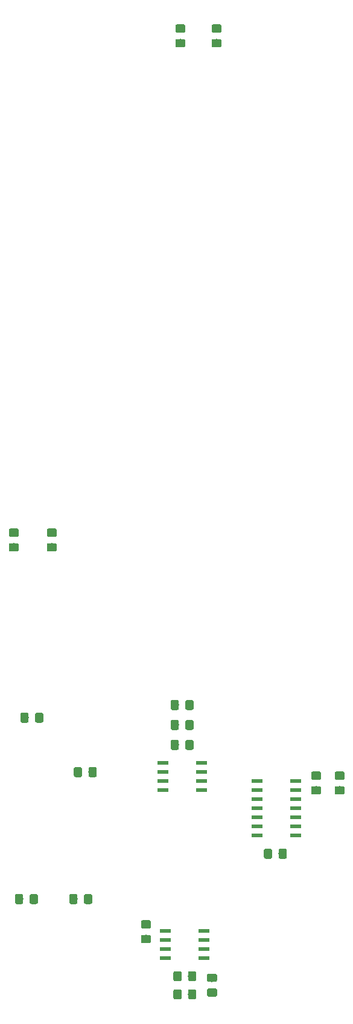
<source format=gbr>
G04 #@! TF.GenerationSoftware,KiCad,Pcbnew,(5.0.0)*
G04 #@! TF.CreationDate,2018-10-20T13:21:43+01:00*
G04 #@! TF.ProjectId,AD9833FunctionGenerator,41443938333346756E6374696F6E4765,rev?*
G04 #@! TF.SameCoordinates,Original*
G04 #@! TF.FileFunction,Paste,Top*
G04 #@! TF.FilePolarity,Positive*
%FSLAX46Y46*%
G04 Gerber Fmt 4.6, Leading zero omitted, Abs format (unit mm)*
G04 Created by KiCad (PCBNEW (5.0.0)) date 10/20/18 13:21:43*
%MOMM*%
%LPD*%
G01*
G04 APERTURE LIST*
%ADD10C,0.100000*%
%ADD11C,1.150000*%
%ADD12R,1.500000X0.600000*%
%ADD13R,1.550000X0.600000*%
G04 APERTURE END LIST*
D10*
G04 #@! TO.C,RG1*
G36*
X94828505Y-182943204D02*
X94852773Y-182946804D01*
X94876572Y-182952765D01*
X94899671Y-182961030D01*
X94921850Y-182971520D01*
X94942893Y-182984132D01*
X94962599Y-182998747D01*
X94980777Y-183015223D01*
X94997253Y-183033401D01*
X95011868Y-183053107D01*
X95024480Y-183074150D01*
X95034970Y-183096329D01*
X95043235Y-183119428D01*
X95049196Y-183143227D01*
X95052796Y-183167495D01*
X95054000Y-183191999D01*
X95054000Y-184092001D01*
X95052796Y-184116505D01*
X95049196Y-184140773D01*
X95043235Y-184164572D01*
X95034970Y-184187671D01*
X95024480Y-184209850D01*
X95011868Y-184230893D01*
X94997253Y-184250599D01*
X94980777Y-184268777D01*
X94962599Y-184285253D01*
X94942893Y-184299868D01*
X94921850Y-184312480D01*
X94899671Y-184322970D01*
X94876572Y-184331235D01*
X94852773Y-184337196D01*
X94828505Y-184340796D01*
X94804001Y-184342000D01*
X94153999Y-184342000D01*
X94129495Y-184340796D01*
X94105227Y-184337196D01*
X94081428Y-184331235D01*
X94058329Y-184322970D01*
X94036150Y-184312480D01*
X94015107Y-184299868D01*
X93995401Y-184285253D01*
X93977223Y-184268777D01*
X93960747Y-184250599D01*
X93946132Y-184230893D01*
X93933520Y-184209850D01*
X93923030Y-184187671D01*
X93914765Y-184164572D01*
X93908804Y-184140773D01*
X93905204Y-184116505D01*
X93904000Y-184092001D01*
X93904000Y-183191999D01*
X93905204Y-183167495D01*
X93908804Y-183143227D01*
X93914765Y-183119428D01*
X93923030Y-183096329D01*
X93933520Y-183074150D01*
X93946132Y-183053107D01*
X93960747Y-183033401D01*
X93977223Y-183015223D01*
X93995401Y-182998747D01*
X94015107Y-182984132D01*
X94036150Y-182971520D01*
X94058329Y-182961030D01*
X94081428Y-182952765D01*
X94105227Y-182946804D01*
X94129495Y-182943204D01*
X94153999Y-182942000D01*
X94804001Y-182942000D01*
X94828505Y-182943204D01*
X94828505Y-182943204D01*
G37*
D11*
X94479000Y-183642000D03*
D10*
G36*
X96878505Y-182943204D02*
X96902773Y-182946804D01*
X96926572Y-182952765D01*
X96949671Y-182961030D01*
X96971850Y-182971520D01*
X96992893Y-182984132D01*
X97012599Y-182998747D01*
X97030777Y-183015223D01*
X97047253Y-183033401D01*
X97061868Y-183053107D01*
X97074480Y-183074150D01*
X97084970Y-183096329D01*
X97093235Y-183119428D01*
X97099196Y-183143227D01*
X97102796Y-183167495D01*
X97104000Y-183191999D01*
X97104000Y-184092001D01*
X97102796Y-184116505D01*
X97099196Y-184140773D01*
X97093235Y-184164572D01*
X97084970Y-184187671D01*
X97074480Y-184209850D01*
X97061868Y-184230893D01*
X97047253Y-184250599D01*
X97030777Y-184268777D01*
X97012599Y-184285253D01*
X96992893Y-184299868D01*
X96971850Y-184312480D01*
X96949671Y-184322970D01*
X96926572Y-184331235D01*
X96902773Y-184337196D01*
X96878505Y-184340796D01*
X96854001Y-184342000D01*
X96203999Y-184342000D01*
X96179495Y-184340796D01*
X96155227Y-184337196D01*
X96131428Y-184331235D01*
X96108329Y-184322970D01*
X96086150Y-184312480D01*
X96065107Y-184299868D01*
X96045401Y-184285253D01*
X96027223Y-184268777D01*
X96010747Y-184250599D01*
X95996132Y-184230893D01*
X95983520Y-184209850D01*
X95973030Y-184187671D01*
X95964765Y-184164572D01*
X95958804Y-184140773D01*
X95955204Y-184116505D01*
X95954000Y-184092001D01*
X95954000Y-183191999D01*
X95955204Y-183167495D01*
X95958804Y-183143227D01*
X95964765Y-183119428D01*
X95973030Y-183096329D01*
X95983520Y-183074150D01*
X95996132Y-183053107D01*
X96010747Y-183033401D01*
X96027223Y-183015223D01*
X96045401Y-182998747D01*
X96065107Y-182984132D01*
X96086150Y-182971520D01*
X96108329Y-182961030D01*
X96131428Y-182952765D01*
X96155227Y-182946804D01*
X96179495Y-182943204D01*
X96203999Y-182942000D01*
X96854001Y-182942000D01*
X96878505Y-182943204D01*
X96878505Y-182943204D01*
G37*
D11*
X96529000Y-183642000D03*
G04 #@! TD*
D10*
G04 #@! TO.C,RF1*
G36*
X96878505Y-188531204D02*
X96902773Y-188534804D01*
X96926572Y-188540765D01*
X96949671Y-188549030D01*
X96971850Y-188559520D01*
X96992893Y-188572132D01*
X97012599Y-188586747D01*
X97030777Y-188603223D01*
X97047253Y-188621401D01*
X97061868Y-188641107D01*
X97074480Y-188662150D01*
X97084970Y-188684329D01*
X97093235Y-188707428D01*
X97099196Y-188731227D01*
X97102796Y-188755495D01*
X97104000Y-188779999D01*
X97104000Y-189680001D01*
X97102796Y-189704505D01*
X97099196Y-189728773D01*
X97093235Y-189752572D01*
X97084970Y-189775671D01*
X97074480Y-189797850D01*
X97061868Y-189818893D01*
X97047253Y-189838599D01*
X97030777Y-189856777D01*
X97012599Y-189873253D01*
X96992893Y-189887868D01*
X96971850Y-189900480D01*
X96949671Y-189910970D01*
X96926572Y-189919235D01*
X96902773Y-189925196D01*
X96878505Y-189928796D01*
X96854001Y-189930000D01*
X96203999Y-189930000D01*
X96179495Y-189928796D01*
X96155227Y-189925196D01*
X96131428Y-189919235D01*
X96108329Y-189910970D01*
X96086150Y-189900480D01*
X96065107Y-189887868D01*
X96045401Y-189873253D01*
X96027223Y-189856777D01*
X96010747Y-189838599D01*
X95996132Y-189818893D01*
X95983520Y-189797850D01*
X95973030Y-189775671D01*
X95964765Y-189752572D01*
X95958804Y-189728773D01*
X95955204Y-189704505D01*
X95954000Y-189680001D01*
X95954000Y-188779999D01*
X95955204Y-188755495D01*
X95958804Y-188731227D01*
X95964765Y-188707428D01*
X95973030Y-188684329D01*
X95983520Y-188662150D01*
X95996132Y-188641107D01*
X96010747Y-188621401D01*
X96027223Y-188603223D01*
X96045401Y-188586747D01*
X96065107Y-188572132D01*
X96086150Y-188559520D01*
X96108329Y-188549030D01*
X96131428Y-188540765D01*
X96155227Y-188534804D01*
X96179495Y-188531204D01*
X96203999Y-188530000D01*
X96854001Y-188530000D01*
X96878505Y-188531204D01*
X96878505Y-188531204D01*
G37*
D11*
X96529000Y-189230000D03*
D10*
G36*
X94828505Y-188531204D02*
X94852773Y-188534804D01*
X94876572Y-188540765D01*
X94899671Y-188549030D01*
X94921850Y-188559520D01*
X94942893Y-188572132D01*
X94962599Y-188586747D01*
X94980777Y-188603223D01*
X94997253Y-188621401D01*
X95011868Y-188641107D01*
X95024480Y-188662150D01*
X95034970Y-188684329D01*
X95043235Y-188707428D01*
X95049196Y-188731227D01*
X95052796Y-188755495D01*
X95054000Y-188779999D01*
X95054000Y-189680001D01*
X95052796Y-189704505D01*
X95049196Y-189728773D01*
X95043235Y-189752572D01*
X95034970Y-189775671D01*
X95024480Y-189797850D01*
X95011868Y-189818893D01*
X94997253Y-189838599D01*
X94980777Y-189856777D01*
X94962599Y-189873253D01*
X94942893Y-189887868D01*
X94921850Y-189900480D01*
X94899671Y-189910970D01*
X94876572Y-189919235D01*
X94852773Y-189925196D01*
X94828505Y-189928796D01*
X94804001Y-189930000D01*
X94153999Y-189930000D01*
X94129495Y-189928796D01*
X94105227Y-189925196D01*
X94081428Y-189919235D01*
X94058329Y-189910970D01*
X94036150Y-189900480D01*
X94015107Y-189887868D01*
X93995401Y-189873253D01*
X93977223Y-189856777D01*
X93960747Y-189838599D01*
X93946132Y-189818893D01*
X93933520Y-189797850D01*
X93923030Y-189775671D01*
X93914765Y-189752572D01*
X93908804Y-189728773D01*
X93905204Y-189704505D01*
X93904000Y-189680001D01*
X93904000Y-188779999D01*
X93905204Y-188755495D01*
X93908804Y-188731227D01*
X93914765Y-188707428D01*
X93923030Y-188684329D01*
X93933520Y-188662150D01*
X93946132Y-188641107D01*
X93960747Y-188621401D01*
X93977223Y-188603223D01*
X93995401Y-188586747D01*
X94015107Y-188572132D01*
X94036150Y-188559520D01*
X94058329Y-188549030D01*
X94081428Y-188540765D01*
X94105227Y-188534804D01*
X94129495Y-188531204D01*
X94153999Y-188530000D01*
X94804001Y-188530000D01*
X94828505Y-188531204D01*
X94828505Y-188531204D01*
G37*
D11*
X94479000Y-189230000D03*
G04 #@! TD*
D12*
G04 #@! TO.C,U_POT1*
X111412000Y-201930000D03*
X111412000Y-200660000D03*
X111412000Y-199390000D03*
X111412000Y-198120000D03*
X111412000Y-196850000D03*
X111412000Y-195580000D03*
X111412000Y-194310000D03*
X106012000Y-194310000D03*
X106012000Y-195580000D03*
X106012000Y-196850000D03*
X106012000Y-198120000D03*
X106012000Y-199390000D03*
X106012000Y-200660000D03*
X106012000Y-201930000D03*
G04 #@! TD*
D10*
G04 #@! TO.C,R_LOFF1*
G36*
X72984505Y-210121204D02*
X73008773Y-210124804D01*
X73032572Y-210130765D01*
X73055671Y-210139030D01*
X73077850Y-210149520D01*
X73098893Y-210162132D01*
X73118599Y-210176747D01*
X73136777Y-210193223D01*
X73153253Y-210211401D01*
X73167868Y-210231107D01*
X73180480Y-210252150D01*
X73190970Y-210274329D01*
X73199235Y-210297428D01*
X73205196Y-210321227D01*
X73208796Y-210345495D01*
X73210000Y-210369999D01*
X73210000Y-211270001D01*
X73208796Y-211294505D01*
X73205196Y-211318773D01*
X73199235Y-211342572D01*
X73190970Y-211365671D01*
X73180480Y-211387850D01*
X73167868Y-211408893D01*
X73153253Y-211428599D01*
X73136777Y-211446777D01*
X73118599Y-211463253D01*
X73098893Y-211477868D01*
X73077850Y-211490480D01*
X73055671Y-211500970D01*
X73032572Y-211509235D01*
X73008773Y-211515196D01*
X72984505Y-211518796D01*
X72960001Y-211520000D01*
X72309999Y-211520000D01*
X72285495Y-211518796D01*
X72261227Y-211515196D01*
X72237428Y-211509235D01*
X72214329Y-211500970D01*
X72192150Y-211490480D01*
X72171107Y-211477868D01*
X72151401Y-211463253D01*
X72133223Y-211446777D01*
X72116747Y-211428599D01*
X72102132Y-211408893D01*
X72089520Y-211387850D01*
X72079030Y-211365671D01*
X72070765Y-211342572D01*
X72064804Y-211318773D01*
X72061204Y-211294505D01*
X72060000Y-211270001D01*
X72060000Y-210369999D01*
X72061204Y-210345495D01*
X72064804Y-210321227D01*
X72070765Y-210297428D01*
X72079030Y-210274329D01*
X72089520Y-210252150D01*
X72102132Y-210231107D01*
X72116747Y-210211401D01*
X72133223Y-210193223D01*
X72151401Y-210176747D01*
X72171107Y-210162132D01*
X72192150Y-210149520D01*
X72214329Y-210139030D01*
X72237428Y-210130765D01*
X72261227Y-210124804D01*
X72285495Y-210121204D01*
X72309999Y-210120000D01*
X72960001Y-210120000D01*
X72984505Y-210121204D01*
X72984505Y-210121204D01*
G37*
D11*
X72635000Y-210820000D03*
D10*
G36*
X75034505Y-210121204D02*
X75058773Y-210124804D01*
X75082572Y-210130765D01*
X75105671Y-210139030D01*
X75127850Y-210149520D01*
X75148893Y-210162132D01*
X75168599Y-210176747D01*
X75186777Y-210193223D01*
X75203253Y-210211401D01*
X75217868Y-210231107D01*
X75230480Y-210252150D01*
X75240970Y-210274329D01*
X75249235Y-210297428D01*
X75255196Y-210321227D01*
X75258796Y-210345495D01*
X75260000Y-210369999D01*
X75260000Y-211270001D01*
X75258796Y-211294505D01*
X75255196Y-211318773D01*
X75249235Y-211342572D01*
X75240970Y-211365671D01*
X75230480Y-211387850D01*
X75217868Y-211408893D01*
X75203253Y-211428599D01*
X75186777Y-211446777D01*
X75168599Y-211463253D01*
X75148893Y-211477868D01*
X75127850Y-211490480D01*
X75105671Y-211500970D01*
X75082572Y-211509235D01*
X75058773Y-211515196D01*
X75034505Y-211518796D01*
X75010001Y-211520000D01*
X74359999Y-211520000D01*
X74335495Y-211518796D01*
X74311227Y-211515196D01*
X74287428Y-211509235D01*
X74264329Y-211500970D01*
X74242150Y-211490480D01*
X74221107Y-211477868D01*
X74201401Y-211463253D01*
X74183223Y-211446777D01*
X74166747Y-211428599D01*
X74152132Y-211408893D01*
X74139520Y-211387850D01*
X74129030Y-211365671D01*
X74120765Y-211342572D01*
X74114804Y-211318773D01*
X74111204Y-211294505D01*
X74110000Y-211270001D01*
X74110000Y-210369999D01*
X74111204Y-210345495D01*
X74114804Y-210321227D01*
X74120765Y-210297428D01*
X74129030Y-210274329D01*
X74139520Y-210252150D01*
X74152132Y-210231107D01*
X74166747Y-210211401D01*
X74183223Y-210193223D01*
X74201401Y-210176747D01*
X74221107Y-210162132D01*
X74242150Y-210149520D01*
X74264329Y-210139030D01*
X74287428Y-210130765D01*
X74311227Y-210124804D01*
X74335495Y-210121204D01*
X74359999Y-210120000D01*
X75010001Y-210120000D01*
X75034505Y-210121204D01*
X75034505Y-210121204D01*
G37*
D11*
X74685000Y-210820000D03*
G04 #@! TD*
D10*
G04 #@! TO.C,C1*
G36*
X95724505Y-88317204D02*
X95748773Y-88320804D01*
X95772572Y-88326765D01*
X95795671Y-88335030D01*
X95817850Y-88345520D01*
X95838893Y-88358132D01*
X95858599Y-88372747D01*
X95876777Y-88389223D01*
X95893253Y-88407401D01*
X95907868Y-88427107D01*
X95920480Y-88448150D01*
X95930970Y-88470329D01*
X95939235Y-88493428D01*
X95945196Y-88517227D01*
X95948796Y-88541495D01*
X95950000Y-88565999D01*
X95950000Y-89216001D01*
X95948796Y-89240505D01*
X95945196Y-89264773D01*
X95939235Y-89288572D01*
X95930970Y-89311671D01*
X95920480Y-89333850D01*
X95907868Y-89354893D01*
X95893253Y-89374599D01*
X95876777Y-89392777D01*
X95858599Y-89409253D01*
X95838893Y-89423868D01*
X95817850Y-89436480D01*
X95795671Y-89446970D01*
X95772572Y-89455235D01*
X95748773Y-89461196D01*
X95724505Y-89464796D01*
X95700001Y-89466000D01*
X94799999Y-89466000D01*
X94775495Y-89464796D01*
X94751227Y-89461196D01*
X94727428Y-89455235D01*
X94704329Y-89446970D01*
X94682150Y-89436480D01*
X94661107Y-89423868D01*
X94641401Y-89409253D01*
X94623223Y-89392777D01*
X94606747Y-89374599D01*
X94592132Y-89354893D01*
X94579520Y-89333850D01*
X94569030Y-89311671D01*
X94560765Y-89288572D01*
X94554804Y-89264773D01*
X94551204Y-89240505D01*
X94550000Y-89216001D01*
X94550000Y-88565999D01*
X94551204Y-88541495D01*
X94554804Y-88517227D01*
X94560765Y-88493428D01*
X94569030Y-88470329D01*
X94579520Y-88448150D01*
X94592132Y-88427107D01*
X94606747Y-88407401D01*
X94623223Y-88389223D01*
X94641401Y-88372747D01*
X94661107Y-88358132D01*
X94682150Y-88345520D01*
X94704329Y-88335030D01*
X94727428Y-88326765D01*
X94751227Y-88320804D01*
X94775495Y-88317204D01*
X94799999Y-88316000D01*
X95700001Y-88316000D01*
X95724505Y-88317204D01*
X95724505Y-88317204D01*
G37*
D11*
X95250000Y-88891000D03*
D10*
G36*
X95724505Y-90367204D02*
X95748773Y-90370804D01*
X95772572Y-90376765D01*
X95795671Y-90385030D01*
X95817850Y-90395520D01*
X95838893Y-90408132D01*
X95858599Y-90422747D01*
X95876777Y-90439223D01*
X95893253Y-90457401D01*
X95907868Y-90477107D01*
X95920480Y-90498150D01*
X95930970Y-90520329D01*
X95939235Y-90543428D01*
X95945196Y-90567227D01*
X95948796Y-90591495D01*
X95950000Y-90615999D01*
X95950000Y-91266001D01*
X95948796Y-91290505D01*
X95945196Y-91314773D01*
X95939235Y-91338572D01*
X95930970Y-91361671D01*
X95920480Y-91383850D01*
X95907868Y-91404893D01*
X95893253Y-91424599D01*
X95876777Y-91442777D01*
X95858599Y-91459253D01*
X95838893Y-91473868D01*
X95817850Y-91486480D01*
X95795671Y-91496970D01*
X95772572Y-91505235D01*
X95748773Y-91511196D01*
X95724505Y-91514796D01*
X95700001Y-91516000D01*
X94799999Y-91516000D01*
X94775495Y-91514796D01*
X94751227Y-91511196D01*
X94727428Y-91505235D01*
X94704329Y-91496970D01*
X94682150Y-91486480D01*
X94661107Y-91473868D01*
X94641401Y-91459253D01*
X94623223Y-91442777D01*
X94606747Y-91424599D01*
X94592132Y-91404893D01*
X94579520Y-91383850D01*
X94569030Y-91361671D01*
X94560765Y-91338572D01*
X94554804Y-91314773D01*
X94551204Y-91290505D01*
X94550000Y-91266001D01*
X94550000Y-90615999D01*
X94551204Y-90591495D01*
X94554804Y-90567227D01*
X94560765Y-90543428D01*
X94569030Y-90520329D01*
X94579520Y-90498150D01*
X94592132Y-90477107D01*
X94606747Y-90457401D01*
X94623223Y-90439223D01*
X94641401Y-90422747D01*
X94661107Y-90408132D01*
X94682150Y-90395520D01*
X94704329Y-90385030D01*
X94727428Y-90376765D01*
X94751227Y-90370804D01*
X94775495Y-90367204D01*
X94799999Y-90366000D01*
X95700001Y-90366000D01*
X95724505Y-90367204D01*
X95724505Y-90367204D01*
G37*
D11*
X95250000Y-90941000D03*
G04 #@! TD*
D10*
G04 #@! TO.C,C2*
G36*
X100804505Y-90367204D02*
X100828773Y-90370804D01*
X100852572Y-90376765D01*
X100875671Y-90385030D01*
X100897850Y-90395520D01*
X100918893Y-90408132D01*
X100938599Y-90422747D01*
X100956777Y-90439223D01*
X100973253Y-90457401D01*
X100987868Y-90477107D01*
X101000480Y-90498150D01*
X101010970Y-90520329D01*
X101019235Y-90543428D01*
X101025196Y-90567227D01*
X101028796Y-90591495D01*
X101030000Y-90615999D01*
X101030000Y-91266001D01*
X101028796Y-91290505D01*
X101025196Y-91314773D01*
X101019235Y-91338572D01*
X101010970Y-91361671D01*
X101000480Y-91383850D01*
X100987868Y-91404893D01*
X100973253Y-91424599D01*
X100956777Y-91442777D01*
X100938599Y-91459253D01*
X100918893Y-91473868D01*
X100897850Y-91486480D01*
X100875671Y-91496970D01*
X100852572Y-91505235D01*
X100828773Y-91511196D01*
X100804505Y-91514796D01*
X100780001Y-91516000D01*
X99879999Y-91516000D01*
X99855495Y-91514796D01*
X99831227Y-91511196D01*
X99807428Y-91505235D01*
X99784329Y-91496970D01*
X99762150Y-91486480D01*
X99741107Y-91473868D01*
X99721401Y-91459253D01*
X99703223Y-91442777D01*
X99686747Y-91424599D01*
X99672132Y-91404893D01*
X99659520Y-91383850D01*
X99649030Y-91361671D01*
X99640765Y-91338572D01*
X99634804Y-91314773D01*
X99631204Y-91290505D01*
X99630000Y-91266001D01*
X99630000Y-90615999D01*
X99631204Y-90591495D01*
X99634804Y-90567227D01*
X99640765Y-90543428D01*
X99649030Y-90520329D01*
X99659520Y-90498150D01*
X99672132Y-90477107D01*
X99686747Y-90457401D01*
X99703223Y-90439223D01*
X99721401Y-90422747D01*
X99741107Y-90408132D01*
X99762150Y-90395520D01*
X99784329Y-90385030D01*
X99807428Y-90376765D01*
X99831227Y-90370804D01*
X99855495Y-90367204D01*
X99879999Y-90366000D01*
X100780001Y-90366000D01*
X100804505Y-90367204D01*
X100804505Y-90367204D01*
G37*
D11*
X100330000Y-90941000D03*
D10*
G36*
X100804505Y-88317204D02*
X100828773Y-88320804D01*
X100852572Y-88326765D01*
X100875671Y-88335030D01*
X100897850Y-88345520D01*
X100918893Y-88358132D01*
X100938599Y-88372747D01*
X100956777Y-88389223D01*
X100973253Y-88407401D01*
X100987868Y-88427107D01*
X101000480Y-88448150D01*
X101010970Y-88470329D01*
X101019235Y-88493428D01*
X101025196Y-88517227D01*
X101028796Y-88541495D01*
X101030000Y-88565999D01*
X101030000Y-89216001D01*
X101028796Y-89240505D01*
X101025196Y-89264773D01*
X101019235Y-89288572D01*
X101010970Y-89311671D01*
X101000480Y-89333850D01*
X100987868Y-89354893D01*
X100973253Y-89374599D01*
X100956777Y-89392777D01*
X100938599Y-89409253D01*
X100918893Y-89423868D01*
X100897850Y-89436480D01*
X100875671Y-89446970D01*
X100852572Y-89455235D01*
X100828773Y-89461196D01*
X100804505Y-89464796D01*
X100780001Y-89466000D01*
X99879999Y-89466000D01*
X99855495Y-89464796D01*
X99831227Y-89461196D01*
X99807428Y-89455235D01*
X99784329Y-89446970D01*
X99762150Y-89436480D01*
X99741107Y-89423868D01*
X99721401Y-89409253D01*
X99703223Y-89392777D01*
X99686747Y-89374599D01*
X99672132Y-89354893D01*
X99659520Y-89333850D01*
X99649030Y-89311671D01*
X99640765Y-89288572D01*
X99634804Y-89264773D01*
X99631204Y-89240505D01*
X99630000Y-89216001D01*
X99630000Y-88565999D01*
X99631204Y-88541495D01*
X99634804Y-88517227D01*
X99640765Y-88493428D01*
X99649030Y-88470329D01*
X99659520Y-88448150D01*
X99672132Y-88427107D01*
X99686747Y-88407401D01*
X99703223Y-88389223D01*
X99721401Y-88372747D01*
X99741107Y-88358132D01*
X99762150Y-88345520D01*
X99784329Y-88335030D01*
X99807428Y-88326765D01*
X99831227Y-88320804D01*
X99855495Y-88317204D01*
X99879999Y-88316000D01*
X100780001Y-88316000D01*
X100804505Y-88317204D01*
X100804505Y-88317204D01*
G37*
D11*
X100330000Y-88891000D03*
G04 #@! TD*
D10*
G04 #@! TO.C,R_ISO1*
G36*
X90898505Y-215843204D02*
X90922773Y-215846804D01*
X90946572Y-215852765D01*
X90969671Y-215861030D01*
X90991850Y-215871520D01*
X91012893Y-215884132D01*
X91032599Y-215898747D01*
X91050777Y-215915223D01*
X91067253Y-215933401D01*
X91081868Y-215953107D01*
X91094480Y-215974150D01*
X91104970Y-215996329D01*
X91113235Y-216019428D01*
X91119196Y-216043227D01*
X91122796Y-216067495D01*
X91124000Y-216091999D01*
X91124000Y-216742001D01*
X91122796Y-216766505D01*
X91119196Y-216790773D01*
X91113235Y-216814572D01*
X91104970Y-216837671D01*
X91094480Y-216859850D01*
X91081868Y-216880893D01*
X91067253Y-216900599D01*
X91050777Y-216918777D01*
X91032599Y-216935253D01*
X91012893Y-216949868D01*
X90991850Y-216962480D01*
X90969671Y-216972970D01*
X90946572Y-216981235D01*
X90922773Y-216987196D01*
X90898505Y-216990796D01*
X90874001Y-216992000D01*
X89973999Y-216992000D01*
X89949495Y-216990796D01*
X89925227Y-216987196D01*
X89901428Y-216981235D01*
X89878329Y-216972970D01*
X89856150Y-216962480D01*
X89835107Y-216949868D01*
X89815401Y-216935253D01*
X89797223Y-216918777D01*
X89780747Y-216900599D01*
X89766132Y-216880893D01*
X89753520Y-216859850D01*
X89743030Y-216837671D01*
X89734765Y-216814572D01*
X89728804Y-216790773D01*
X89725204Y-216766505D01*
X89724000Y-216742001D01*
X89724000Y-216091999D01*
X89725204Y-216067495D01*
X89728804Y-216043227D01*
X89734765Y-216019428D01*
X89743030Y-215996329D01*
X89753520Y-215974150D01*
X89766132Y-215953107D01*
X89780747Y-215933401D01*
X89797223Y-215915223D01*
X89815401Y-215898747D01*
X89835107Y-215884132D01*
X89856150Y-215871520D01*
X89878329Y-215861030D01*
X89901428Y-215852765D01*
X89925227Y-215846804D01*
X89949495Y-215843204D01*
X89973999Y-215842000D01*
X90874001Y-215842000D01*
X90898505Y-215843204D01*
X90898505Y-215843204D01*
G37*
D11*
X90424000Y-216417000D03*
D10*
G36*
X90898505Y-213793204D02*
X90922773Y-213796804D01*
X90946572Y-213802765D01*
X90969671Y-213811030D01*
X90991850Y-213821520D01*
X91012893Y-213834132D01*
X91032599Y-213848747D01*
X91050777Y-213865223D01*
X91067253Y-213883401D01*
X91081868Y-213903107D01*
X91094480Y-213924150D01*
X91104970Y-213946329D01*
X91113235Y-213969428D01*
X91119196Y-213993227D01*
X91122796Y-214017495D01*
X91124000Y-214041999D01*
X91124000Y-214692001D01*
X91122796Y-214716505D01*
X91119196Y-214740773D01*
X91113235Y-214764572D01*
X91104970Y-214787671D01*
X91094480Y-214809850D01*
X91081868Y-214830893D01*
X91067253Y-214850599D01*
X91050777Y-214868777D01*
X91032599Y-214885253D01*
X91012893Y-214899868D01*
X90991850Y-214912480D01*
X90969671Y-214922970D01*
X90946572Y-214931235D01*
X90922773Y-214937196D01*
X90898505Y-214940796D01*
X90874001Y-214942000D01*
X89973999Y-214942000D01*
X89949495Y-214940796D01*
X89925227Y-214937196D01*
X89901428Y-214931235D01*
X89878329Y-214922970D01*
X89856150Y-214912480D01*
X89835107Y-214899868D01*
X89815401Y-214885253D01*
X89797223Y-214868777D01*
X89780747Y-214850599D01*
X89766132Y-214830893D01*
X89753520Y-214809850D01*
X89743030Y-214787671D01*
X89734765Y-214764572D01*
X89728804Y-214740773D01*
X89725204Y-214716505D01*
X89724000Y-214692001D01*
X89724000Y-214041999D01*
X89725204Y-214017495D01*
X89728804Y-213993227D01*
X89734765Y-213969428D01*
X89743030Y-213946329D01*
X89753520Y-213924150D01*
X89766132Y-213903107D01*
X89780747Y-213883401D01*
X89797223Y-213865223D01*
X89815401Y-213848747D01*
X89835107Y-213834132D01*
X89856150Y-213821520D01*
X89878329Y-213811030D01*
X89901428Y-213802765D01*
X89925227Y-213796804D01*
X89949495Y-213793204D01*
X89973999Y-213792000D01*
X90874001Y-213792000D01*
X90898505Y-213793204D01*
X90898505Y-213793204D01*
G37*
D11*
X90424000Y-214367000D03*
G04 #@! TD*
D10*
G04 #@! TO.C,R_MIX1*
G36*
X83289505Y-192341204D02*
X83313773Y-192344804D01*
X83337572Y-192350765D01*
X83360671Y-192359030D01*
X83382850Y-192369520D01*
X83403893Y-192382132D01*
X83423599Y-192396747D01*
X83441777Y-192413223D01*
X83458253Y-192431401D01*
X83472868Y-192451107D01*
X83485480Y-192472150D01*
X83495970Y-192494329D01*
X83504235Y-192517428D01*
X83510196Y-192541227D01*
X83513796Y-192565495D01*
X83515000Y-192589999D01*
X83515000Y-193490001D01*
X83513796Y-193514505D01*
X83510196Y-193538773D01*
X83504235Y-193562572D01*
X83495970Y-193585671D01*
X83485480Y-193607850D01*
X83472868Y-193628893D01*
X83458253Y-193648599D01*
X83441777Y-193666777D01*
X83423599Y-193683253D01*
X83403893Y-193697868D01*
X83382850Y-193710480D01*
X83360671Y-193720970D01*
X83337572Y-193729235D01*
X83313773Y-193735196D01*
X83289505Y-193738796D01*
X83265001Y-193740000D01*
X82614999Y-193740000D01*
X82590495Y-193738796D01*
X82566227Y-193735196D01*
X82542428Y-193729235D01*
X82519329Y-193720970D01*
X82497150Y-193710480D01*
X82476107Y-193697868D01*
X82456401Y-193683253D01*
X82438223Y-193666777D01*
X82421747Y-193648599D01*
X82407132Y-193628893D01*
X82394520Y-193607850D01*
X82384030Y-193585671D01*
X82375765Y-193562572D01*
X82369804Y-193538773D01*
X82366204Y-193514505D01*
X82365000Y-193490001D01*
X82365000Y-192589999D01*
X82366204Y-192565495D01*
X82369804Y-192541227D01*
X82375765Y-192517428D01*
X82384030Y-192494329D01*
X82394520Y-192472150D01*
X82407132Y-192451107D01*
X82421747Y-192431401D01*
X82438223Y-192413223D01*
X82456401Y-192396747D01*
X82476107Y-192382132D01*
X82497150Y-192369520D01*
X82519329Y-192359030D01*
X82542428Y-192350765D01*
X82566227Y-192344804D01*
X82590495Y-192341204D01*
X82614999Y-192340000D01*
X83265001Y-192340000D01*
X83289505Y-192341204D01*
X83289505Y-192341204D01*
G37*
D11*
X82940000Y-193040000D03*
D10*
G36*
X81239505Y-192341204D02*
X81263773Y-192344804D01*
X81287572Y-192350765D01*
X81310671Y-192359030D01*
X81332850Y-192369520D01*
X81353893Y-192382132D01*
X81373599Y-192396747D01*
X81391777Y-192413223D01*
X81408253Y-192431401D01*
X81422868Y-192451107D01*
X81435480Y-192472150D01*
X81445970Y-192494329D01*
X81454235Y-192517428D01*
X81460196Y-192541227D01*
X81463796Y-192565495D01*
X81465000Y-192589999D01*
X81465000Y-193490001D01*
X81463796Y-193514505D01*
X81460196Y-193538773D01*
X81454235Y-193562572D01*
X81445970Y-193585671D01*
X81435480Y-193607850D01*
X81422868Y-193628893D01*
X81408253Y-193648599D01*
X81391777Y-193666777D01*
X81373599Y-193683253D01*
X81353893Y-193697868D01*
X81332850Y-193710480D01*
X81310671Y-193720970D01*
X81287572Y-193729235D01*
X81263773Y-193735196D01*
X81239505Y-193738796D01*
X81215001Y-193740000D01*
X80564999Y-193740000D01*
X80540495Y-193738796D01*
X80516227Y-193735196D01*
X80492428Y-193729235D01*
X80469329Y-193720970D01*
X80447150Y-193710480D01*
X80426107Y-193697868D01*
X80406401Y-193683253D01*
X80388223Y-193666777D01*
X80371747Y-193648599D01*
X80357132Y-193628893D01*
X80344520Y-193607850D01*
X80334030Y-193585671D01*
X80325765Y-193562572D01*
X80319804Y-193538773D01*
X80316204Y-193514505D01*
X80315000Y-193490001D01*
X80315000Y-192589999D01*
X80316204Y-192565495D01*
X80319804Y-192541227D01*
X80325765Y-192517428D01*
X80334030Y-192494329D01*
X80344520Y-192472150D01*
X80357132Y-192451107D01*
X80371747Y-192431401D01*
X80388223Y-192413223D01*
X80406401Y-192396747D01*
X80426107Y-192382132D01*
X80447150Y-192369520D01*
X80469329Y-192359030D01*
X80492428Y-192350765D01*
X80516227Y-192344804D01*
X80540495Y-192341204D01*
X80564999Y-192340000D01*
X81215001Y-192340000D01*
X81239505Y-192341204D01*
X81239505Y-192341204D01*
G37*
D11*
X80890000Y-193040000D03*
G04 #@! TD*
D10*
G04 #@! TO.C,R_MIX2*
G36*
X75796505Y-184721204D02*
X75820773Y-184724804D01*
X75844572Y-184730765D01*
X75867671Y-184739030D01*
X75889850Y-184749520D01*
X75910893Y-184762132D01*
X75930599Y-184776747D01*
X75948777Y-184793223D01*
X75965253Y-184811401D01*
X75979868Y-184831107D01*
X75992480Y-184852150D01*
X76002970Y-184874329D01*
X76011235Y-184897428D01*
X76017196Y-184921227D01*
X76020796Y-184945495D01*
X76022000Y-184969999D01*
X76022000Y-185870001D01*
X76020796Y-185894505D01*
X76017196Y-185918773D01*
X76011235Y-185942572D01*
X76002970Y-185965671D01*
X75992480Y-185987850D01*
X75979868Y-186008893D01*
X75965253Y-186028599D01*
X75948777Y-186046777D01*
X75930599Y-186063253D01*
X75910893Y-186077868D01*
X75889850Y-186090480D01*
X75867671Y-186100970D01*
X75844572Y-186109235D01*
X75820773Y-186115196D01*
X75796505Y-186118796D01*
X75772001Y-186120000D01*
X75121999Y-186120000D01*
X75097495Y-186118796D01*
X75073227Y-186115196D01*
X75049428Y-186109235D01*
X75026329Y-186100970D01*
X75004150Y-186090480D01*
X74983107Y-186077868D01*
X74963401Y-186063253D01*
X74945223Y-186046777D01*
X74928747Y-186028599D01*
X74914132Y-186008893D01*
X74901520Y-185987850D01*
X74891030Y-185965671D01*
X74882765Y-185942572D01*
X74876804Y-185918773D01*
X74873204Y-185894505D01*
X74872000Y-185870001D01*
X74872000Y-184969999D01*
X74873204Y-184945495D01*
X74876804Y-184921227D01*
X74882765Y-184897428D01*
X74891030Y-184874329D01*
X74901520Y-184852150D01*
X74914132Y-184831107D01*
X74928747Y-184811401D01*
X74945223Y-184793223D01*
X74963401Y-184776747D01*
X74983107Y-184762132D01*
X75004150Y-184749520D01*
X75026329Y-184739030D01*
X75049428Y-184730765D01*
X75073227Y-184724804D01*
X75097495Y-184721204D01*
X75121999Y-184720000D01*
X75772001Y-184720000D01*
X75796505Y-184721204D01*
X75796505Y-184721204D01*
G37*
D11*
X75447000Y-185420000D03*
D10*
G36*
X73746505Y-184721204D02*
X73770773Y-184724804D01*
X73794572Y-184730765D01*
X73817671Y-184739030D01*
X73839850Y-184749520D01*
X73860893Y-184762132D01*
X73880599Y-184776747D01*
X73898777Y-184793223D01*
X73915253Y-184811401D01*
X73929868Y-184831107D01*
X73942480Y-184852150D01*
X73952970Y-184874329D01*
X73961235Y-184897428D01*
X73967196Y-184921227D01*
X73970796Y-184945495D01*
X73972000Y-184969999D01*
X73972000Y-185870001D01*
X73970796Y-185894505D01*
X73967196Y-185918773D01*
X73961235Y-185942572D01*
X73952970Y-185965671D01*
X73942480Y-185987850D01*
X73929868Y-186008893D01*
X73915253Y-186028599D01*
X73898777Y-186046777D01*
X73880599Y-186063253D01*
X73860893Y-186077868D01*
X73839850Y-186090480D01*
X73817671Y-186100970D01*
X73794572Y-186109235D01*
X73770773Y-186115196D01*
X73746505Y-186118796D01*
X73722001Y-186120000D01*
X73071999Y-186120000D01*
X73047495Y-186118796D01*
X73023227Y-186115196D01*
X72999428Y-186109235D01*
X72976329Y-186100970D01*
X72954150Y-186090480D01*
X72933107Y-186077868D01*
X72913401Y-186063253D01*
X72895223Y-186046777D01*
X72878747Y-186028599D01*
X72864132Y-186008893D01*
X72851520Y-185987850D01*
X72841030Y-185965671D01*
X72832765Y-185942572D01*
X72826804Y-185918773D01*
X72823204Y-185894505D01*
X72822000Y-185870001D01*
X72822000Y-184969999D01*
X72823204Y-184945495D01*
X72826804Y-184921227D01*
X72832765Y-184897428D01*
X72841030Y-184874329D01*
X72851520Y-184852150D01*
X72864132Y-184831107D01*
X72878747Y-184811401D01*
X72895223Y-184793223D01*
X72913401Y-184776747D01*
X72933107Y-184762132D01*
X72954150Y-184749520D01*
X72976329Y-184739030D01*
X72999428Y-184730765D01*
X73023227Y-184724804D01*
X73047495Y-184721204D01*
X73071999Y-184720000D01*
X73722001Y-184720000D01*
X73746505Y-184721204D01*
X73746505Y-184721204D01*
G37*
D11*
X73397000Y-185420000D03*
G04 #@! TD*
D10*
G04 #@! TO.C,R_VEL1*
G36*
X72356505Y-158929204D02*
X72380773Y-158932804D01*
X72404572Y-158938765D01*
X72427671Y-158947030D01*
X72449850Y-158957520D01*
X72470893Y-158970132D01*
X72490599Y-158984747D01*
X72508777Y-159001223D01*
X72525253Y-159019401D01*
X72539868Y-159039107D01*
X72552480Y-159060150D01*
X72562970Y-159082329D01*
X72571235Y-159105428D01*
X72577196Y-159129227D01*
X72580796Y-159153495D01*
X72582000Y-159177999D01*
X72582000Y-159828001D01*
X72580796Y-159852505D01*
X72577196Y-159876773D01*
X72571235Y-159900572D01*
X72562970Y-159923671D01*
X72552480Y-159945850D01*
X72539868Y-159966893D01*
X72525253Y-159986599D01*
X72508777Y-160004777D01*
X72490599Y-160021253D01*
X72470893Y-160035868D01*
X72449850Y-160048480D01*
X72427671Y-160058970D01*
X72404572Y-160067235D01*
X72380773Y-160073196D01*
X72356505Y-160076796D01*
X72332001Y-160078000D01*
X71431999Y-160078000D01*
X71407495Y-160076796D01*
X71383227Y-160073196D01*
X71359428Y-160067235D01*
X71336329Y-160058970D01*
X71314150Y-160048480D01*
X71293107Y-160035868D01*
X71273401Y-160021253D01*
X71255223Y-160004777D01*
X71238747Y-159986599D01*
X71224132Y-159966893D01*
X71211520Y-159945850D01*
X71201030Y-159923671D01*
X71192765Y-159900572D01*
X71186804Y-159876773D01*
X71183204Y-159852505D01*
X71182000Y-159828001D01*
X71182000Y-159177999D01*
X71183204Y-159153495D01*
X71186804Y-159129227D01*
X71192765Y-159105428D01*
X71201030Y-159082329D01*
X71211520Y-159060150D01*
X71224132Y-159039107D01*
X71238747Y-159019401D01*
X71255223Y-159001223D01*
X71273401Y-158984747D01*
X71293107Y-158970132D01*
X71314150Y-158957520D01*
X71336329Y-158947030D01*
X71359428Y-158938765D01*
X71383227Y-158932804D01*
X71407495Y-158929204D01*
X71431999Y-158928000D01*
X72332001Y-158928000D01*
X72356505Y-158929204D01*
X72356505Y-158929204D01*
G37*
D11*
X71882000Y-159503000D03*
D10*
G36*
X72356505Y-160979204D02*
X72380773Y-160982804D01*
X72404572Y-160988765D01*
X72427671Y-160997030D01*
X72449850Y-161007520D01*
X72470893Y-161020132D01*
X72490599Y-161034747D01*
X72508777Y-161051223D01*
X72525253Y-161069401D01*
X72539868Y-161089107D01*
X72552480Y-161110150D01*
X72562970Y-161132329D01*
X72571235Y-161155428D01*
X72577196Y-161179227D01*
X72580796Y-161203495D01*
X72582000Y-161227999D01*
X72582000Y-161878001D01*
X72580796Y-161902505D01*
X72577196Y-161926773D01*
X72571235Y-161950572D01*
X72562970Y-161973671D01*
X72552480Y-161995850D01*
X72539868Y-162016893D01*
X72525253Y-162036599D01*
X72508777Y-162054777D01*
X72490599Y-162071253D01*
X72470893Y-162085868D01*
X72449850Y-162098480D01*
X72427671Y-162108970D01*
X72404572Y-162117235D01*
X72380773Y-162123196D01*
X72356505Y-162126796D01*
X72332001Y-162128000D01*
X71431999Y-162128000D01*
X71407495Y-162126796D01*
X71383227Y-162123196D01*
X71359428Y-162117235D01*
X71336329Y-162108970D01*
X71314150Y-162098480D01*
X71293107Y-162085868D01*
X71273401Y-162071253D01*
X71255223Y-162054777D01*
X71238747Y-162036599D01*
X71224132Y-162016893D01*
X71211520Y-161995850D01*
X71201030Y-161973671D01*
X71192765Y-161950572D01*
X71186804Y-161926773D01*
X71183204Y-161902505D01*
X71182000Y-161878001D01*
X71182000Y-161227999D01*
X71183204Y-161203495D01*
X71186804Y-161179227D01*
X71192765Y-161155428D01*
X71201030Y-161132329D01*
X71211520Y-161110150D01*
X71224132Y-161089107D01*
X71238747Y-161069401D01*
X71255223Y-161051223D01*
X71273401Y-161034747D01*
X71293107Y-161020132D01*
X71314150Y-161007520D01*
X71336329Y-160997030D01*
X71359428Y-160988765D01*
X71383227Y-160982804D01*
X71407495Y-160979204D01*
X71431999Y-160978000D01*
X72332001Y-160978000D01*
X72356505Y-160979204D01*
X72356505Y-160979204D01*
G37*
D11*
X71882000Y-161553000D03*
G04 #@! TD*
D10*
G04 #@! TO.C,C_GAIN1*
G36*
X100169505Y-221286204D02*
X100193773Y-221289804D01*
X100217572Y-221295765D01*
X100240671Y-221304030D01*
X100262850Y-221314520D01*
X100283893Y-221327132D01*
X100303599Y-221341747D01*
X100321777Y-221358223D01*
X100338253Y-221376401D01*
X100352868Y-221396107D01*
X100365480Y-221417150D01*
X100375970Y-221439329D01*
X100384235Y-221462428D01*
X100390196Y-221486227D01*
X100393796Y-221510495D01*
X100395000Y-221534999D01*
X100395000Y-222185001D01*
X100393796Y-222209505D01*
X100390196Y-222233773D01*
X100384235Y-222257572D01*
X100375970Y-222280671D01*
X100365480Y-222302850D01*
X100352868Y-222323893D01*
X100338253Y-222343599D01*
X100321777Y-222361777D01*
X100303599Y-222378253D01*
X100283893Y-222392868D01*
X100262850Y-222405480D01*
X100240671Y-222415970D01*
X100217572Y-222424235D01*
X100193773Y-222430196D01*
X100169505Y-222433796D01*
X100145001Y-222435000D01*
X99244999Y-222435000D01*
X99220495Y-222433796D01*
X99196227Y-222430196D01*
X99172428Y-222424235D01*
X99149329Y-222415970D01*
X99127150Y-222405480D01*
X99106107Y-222392868D01*
X99086401Y-222378253D01*
X99068223Y-222361777D01*
X99051747Y-222343599D01*
X99037132Y-222323893D01*
X99024520Y-222302850D01*
X99014030Y-222280671D01*
X99005765Y-222257572D01*
X98999804Y-222233773D01*
X98996204Y-222209505D01*
X98995000Y-222185001D01*
X98995000Y-221534999D01*
X98996204Y-221510495D01*
X98999804Y-221486227D01*
X99005765Y-221462428D01*
X99014030Y-221439329D01*
X99024520Y-221417150D01*
X99037132Y-221396107D01*
X99051747Y-221376401D01*
X99068223Y-221358223D01*
X99086401Y-221341747D01*
X99106107Y-221327132D01*
X99127150Y-221314520D01*
X99149329Y-221304030D01*
X99172428Y-221295765D01*
X99196227Y-221289804D01*
X99220495Y-221286204D01*
X99244999Y-221285000D01*
X100145001Y-221285000D01*
X100169505Y-221286204D01*
X100169505Y-221286204D01*
G37*
D11*
X99695000Y-221860000D03*
D10*
G36*
X100169505Y-223336204D02*
X100193773Y-223339804D01*
X100217572Y-223345765D01*
X100240671Y-223354030D01*
X100262850Y-223364520D01*
X100283893Y-223377132D01*
X100303599Y-223391747D01*
X100321777Y-223408223D01*
X100338253Y-223426401D01*
X100352868Y-223446107D01*
X100365480Y-223467150D01*
X100375970Y-223489329D01*
X100384235Y-223512428D01*
X100390196Y-223536227D01*
X100393796Y-223560495D01*
X100395000Y-223584999D01*
X100395000Y-224235001D01*
X100393796Y-224259505D01*
X100390196Y-224283773D01*
X100384235Y-224307572D01*
X100375970Y-224330671D01*
X100365480Y-224352850D01*
X100352868Y-224373893D01*
X100338253Y-224393599D01*
X100321777Y-224411777D01*
X100303599Y-224428253D01*
X100283893Y-224442868D01*
X100262850Y-224455480D01*
X100240671Y-224465970D01*
X100217572Y-224474235D01*
X100193773Y-224480196D01*
X100169505Y-224483796D01*
X100145001Y-224485000D01*
X99244999Y-224485000D01*
X99220495Y-224483796D01*
X99196227Y-224480196D01*
X99172428Y-224474235D01*
X99149329Y-224465970D01*
X99127150Y-224455480D01*
X99106107Y-224442868D01*
X99086401Y-224428253D01*
X99068223Y-224411777D01*
X99051747Y-224393599D01*
X99037132Y-224373893D01*
X99024520Y-224352850D01*
X99014030Y-224330671D01*
X99005765Y-224307572D01*
X98999804Y-224283773D01*
X98996204Y-224259505D01*
X98995000Y-224235001D01*
X98995000Y-223584999D01*
X98996204Y-223560495D01*
X98999804Y-223536227D01*
X99005765Y-223512428D01*
X99014030Y-223489329D01*
X99024520Y-223467150D01*
X99037132Y-223446107D01*
X99051747Y-223426401D01*
X99068223Y-223408223D01*
X99086401Y-223391747D01*
X99106107Y-223377132D01*
X99127150Y-223364520D01*
X99149329Y-223354030D01*
X99172428Y-223345765D01*
X99196227Y-223339804D01*
X99220495Y-223336204D01*
X99244999Y-223335000D01*
X100145001Y-223335000D01*
X100169505Y-223336204D01*
X100169505Y-223336204D01*
G37*
D11*
X99695000Y-223910000D03*
G04 #@! TD*
D10*
G04 #@! TO.C,R_HIOFF1*
G36*
X80604505Y-210121204D02*
X80628773Y-210124804D01*
X80652572Y-210130765D01*
X80675671Y-210139030D01*
X80697850Y-210149520D01*
X80718893Y-210162132D01*
X80738599Y-210176747D01*
X80756777Y-210193223D01*
X80773253Y-210211401D01*
X80787868Y-210231107D01*
X80800480Y-210252150D01*
X80810970Y-210274329D01*
X80819235Y-210297428D01*
X80825196Y-210321227D01*
X80828796Y-210345495D01*
X80830000Y-210369999D01*
X80830000Y-211270001D01*
X80828796Y-211294505D01*
X80825196Y-211318773D01*
X80819235Y-211342572D01*
X80810970Y-211365671D01*
X80800480Y-211387850D01*
X80787868Y-211408893D01*
X80773253Y-211428599D01*
X80756777Y-211446777D01*
X80738599Y-211463253D01*
X80718893Y-211477868D01*
X80697850Y-211490480D01*
X80675671Y-211500970D01*
X80652572Y-211509235D01*
X80628773Y-211515196D01*
X80604505Y-211518796D01*
X80580001Y-211520000D01*
X79929999Y-211520000D01*
X79905495Y-211518796D01*
X79881227Y-211515196D01*
X79857428Y-211509235D01*
X79834329Y-211500970D01*
X79812150Y-211490480D01*
X79791107Y-211477868D01*
X79771401Y-211463253D01*
X79753223Y-211446777D01*
X79736747Y-211428599D01*
X79722132Y-211408893D01*
X79709520Y-211387850D01*
X79699030Y-211365671D01*
X79690765Y-211342572D01*
X79684804Y-211318773D01*
X79681204Y-211294505D01*
X79680000Y-211270001D01*
X79680000Y-210369999D01*
X79681204Y-210345495D01*
X79684804Y-210321227D01*
X79690765Y-210297428D01*
X79699030Y-210274329D01*
X79709520Y-210252150D01*
X79722132Y-210231107D01*
X79736747Y-210211401D01*
X79753223Y-210193223D01*
X79771401Y-210176747D01*
X79791107Y-210162132D01*
X79812150Y-210149520D01*
X79834329Y-210139030D01*
X79857428Y-210130765D01*
X79881227Y-210124804D01*
X79905495Y-210121204D01*
X79929999Y-210120000D01*
X80580001Y-210120000D01*
X80604505Y-210121204D01*
X80604505Y-210121204D01*
G37*
D11*
X80255000Y-210820000D03*
D10*
G36*
X82654505Y-210121204D02*
X82678773Y-210124804D01*
X82702572Y-210130765D01*
X82725671Y-210139030D01*
X82747850Y-210149520D01*
X82768893Y-210162132D01*
X82788599Y-210176747D01*
X82806777Y-210193223D01*
X82823253Y-210211401D01*
X82837868Y-210231107D01*
X82850480Y-210252150D01*
X82860970Y-210274329D01*
X82869235Y-210297428D01*
X82875196Y-210321227D01*
X82878796Y-210345495D01*
X82880000Y-210369999D01*
X82880000Y-211270001D01*
X82878796Y-211294505D01*
X82875196Y-211318773D01*
X82869235Y-211342572D01*
X82860970Y-211365671D01*
X82850480Y-211387850D01*
X82837868Y-211408893D01*
X82823253Y-211428599D01*
X82806777Y-211446777D01*
X82788599Y-211463253D01*
X82768893Y-211477868D01*
X82747850Y-211490480D01*
X82725671Y-211500970D01*
X82702572Y-211509235D01*
X82678773Y-211515196D01*
X82654505Y-211518796D01*
X82630001Y-211520000D01*
X81979999Y-211520000D01*
X81955495Y-211518796D01*
X81931227Y-211515196D01*
X81907428Y-211509235D01*
X81884329Y-211500970D01*
X81862150Y-211490480D01*
X81841107Y-211477868D01*
X81821401Y-211463253D01*
X81803223Y-211446777D01*
X81786747Y-211428599D01*
X81772132Y-211408893D01*
X81759520Y-211387850D01*
X81749030Y-211365671D01*
X81740765Y-211342572D01*
X81734804Y-211318773D01*
X81731204Y-211294505D01*
X81730000Y-211270001D01*
X81730000Y-210369999D01*
X81731204Y-210345495D01*
X81734804Y-210321227D01*
X81740765Y-210297428D01*
X81749030Y-210274329D01*
X81759520Y-210252150D01*
X81772132Y-210231107D01*
X81786747Y-210211401D01*
X81803223Y-210193223D01*
X81821401Y-210176747D01*
X81841107Y-210162132D01*
X81862150Y-210149520D01*
X81884329Y-210139030D01*
X81907428Y-210130765D01*
X81931227Y-210124804D01*
X81955495Y-210121204D01*
X81979999Y-210120000D01*
X82630001Y-210120000D01*
X82654505Y-210121204D01*
X82654505Y-210121204D01*
G37*
D11*
X82305000Y-210820000D03*
G04 #@! TD*
D10*
G04 #@! TO.C,R_MIX3*
G36*
X114774505Y-195015204D02*
X114798773Y-195018804D01*
X114822572Y-195024765D01*
X114845671Y-195033030D01*
X114867850Y-195043520D01*
X114888893Y-195056132D01*
X114908599Y-195070747D01*
X114926777Y-195087223D01*
X114943253Y-195105401D01*
X114957868Y-195125107D01*
X114970480Y-195146150D01*
X114980970Y-195168329D01*
X114989235Y-195191428D01*
X114995196Y-195215227D01*
X114998796Y-195239495D01*
X115000000Y-195263999D01*
X115000000Y-195914001D01*
X114998796Y-195938505D01*
X114995196Y-195962773D01*
X114989235Y-195986572D01*
X114980970Y-196009671D01*
X114970480Y-196031850D01*
X114957868Y-196052893D01*
X114943253Y-196072599D01*
X114926777Y-196090777D01*
X114908599Y-196107253D01*
X114888893Y-196121868D01*
X114867850Y-196134480D01*
X114845671Y-196144970D01*
X114822572Y-196153235D01*
X114798773Y-196159196D01*
X114774505Y-196162796D01*
X114750001Y-196164000D01*
X113849999Y-196164000D01*
X113825495Y-196162796D01*
X113801227Y-196159196D01*
X113777428Y-196153235D01*
X113754329Y-196144970D01*
X113732150Y-196134480D01*
X113711107Y-196121868D01*
X113691401Y-196107253D01*
X113673223Y-196090777D01*
X113656747Y-196072599D01*
X113642132Y-196052893D01*
X113629520Y-196031850D01*
X113619030Y-196009671D01*
X113610765Y-195986572D01*
X113604804Y-195962773D01*
X113601204Y-195938505D01*
X113600000Y-195914001D01*
X113600000Y-195263999D01*
X113601204Y-195239495D01*
X113604804Y-195215227D01*
X113610765Y-195191428D01*
X113619030Y-195168329D01*
X113629520Y-195146150D01*
X113642132Y-195125107D01*
X113656747Y-195105401D01*
X113673223Y-195087223D01*
X113691401Y-195070747D01*
X113711107Y-195056132D01*
X113732150Y-195043520D01*
X113754329Y-195033030D01*
X113777428Y-195024765D01*
X113801227Y-195018804D01*
X113825495Y-195015204D01*
X113849999Y-195014000D01*
X114750001Y-195014000D01*
X114774505Y-195015204D01*
X114774505Y-195015204D01*
G37*
D11*
X114300000Y-195589000D03*
D10*
G36*
X114774505Y-192965204D02*
X114798773Y-192968804D01*
X114822572Y-192974765D01*
X114845671Y-192983030D01*
X114867850Y-192993520D01*
X114888893Y-193006132D01*
X114908599Y-193020747D01*
X114926777Y-193037223D01*
X114943253Y-193055401D01*
X114957868Y-193075107D01*
X114970480Y-193096150D01*
X114980970Y-193118329D01*
X114989235Y-193141428D01*
X114995196Y-193165227D01*
X114998796Y-193189495D01*
X115000000Y-193213999D01*
X115000000Y-193864001D01*
X114998796Y-193888505D01*
X114995196Y-193912773D01*
X114989235Y-193936572D01*
X114980970Y-193959671D01*
X114970480Y-193981850D01*
X114957868Y-194002893D01*
X114943253Y-194022599D01*
X114926777Y-194040777D01*
X114908599Y-194057253D01*
X114888893Y-194071868D01*
X114867850Y-194084480D01*
X114845671Y-194094970D01*
X114822572Y-194103235D01*
X114798773Y-194109196D01*
X114774505Y-194112796D01*
X114750001Y-194114000D01*
X113849999Y-194114000D01*
X113825495Y-194112796D01*
X113801227Y-194109196D01*
X113777428Y-194103235D01*
X113754329Y-194094970D01*
X113732150Y-194084480D01*
X113711107Y-194071868D01*
X113691401Y-194057253D01*
X113673223Y-194040777D01*
X113656747Y-194022599D01*
X113642132Y-194002893D01*
X113629520Y-193981850D01*
X113619030Y-193959671D01*
X113610765Y-193936572D01*
X113604804Y-193912773D01*
X113601204Y-193888505D01*
X113600000Y-193864001D01*
X113600000Y-193213999D01*
X113601204Y-193189495D01*
X113604804Y-193165227D01*
X113610765Y-193141428D01*
X113619030Y-193118329D01*
X113629520Y-193096150D01*
X113642132Y-193075107D01*
X113656747Y-193055401D01*
X113673223Y-193037223D01*
X113691401Y-193020747D01*
X113711107Y-193006132D01*
X113732150Y-192993520D01*
X113754329Y-192983030D01*
X113777428Y-192974765D01*
X113801227Y-192968804D01*
X113825495Y-192965204D01*
X113849999Y-192964000D01*
X114750001Y-192964000D01*
X114774505Y-192965204D01*
X114774505Y-192965204D01*
G37*
D11*
X114300000Y-193539000D03*
G04 #@! TD*
D10*
G04 #@! TO.C,RF2*
G36*
X95209505Y-220916204D02*
X95233773Y-220919804D01*
X95257572Y-220925765D01*
X95280671Y-220934030D01*
X95302850Y-220944520D01*
X95323893Y-220957132D01*
X95343599Y-220971747D01*
X95361777Y-220988223D01*
X95378253Y-221006401D01*
X95392868Y-221026107D01*
X95405480Y-221047150D01*
X95415970Y-221069329D01*
X95424235Y-221092428D01*
X95430196Y-221116227D01*
X95433796Y-221140495D01*
X95435000Y-221164999D01*
X95435000Y-222065001D01*
X95433796Y-222089505D01*
X95430196Y-222113773D01*
X95424235Y-222137572D01*
X95415970Y-222160671D01*
X95405480Y-222182850D01*
X95392868Y-222203893D01*
X95378253Y-222223599D01*
X95361777Y-222241777D01*
X95343599Y-222258253D01*
X95323893Y-222272868D01*
X95302850Y-222285480D01*
X95280671Y-222295970D01*
X95257572Y-222304235D01*
X95233773Y-222310196D01*
X95209505Y-222313796D01*
X95185001Y-222315000D01*
X94534999Y-222315000D01*
X94510495Y-222313796D01*
X94486227Y-222310196D01*
X94462428Y-222304235D01*
X94439329Y-222295970D01*
X94417150Y-222285480D01*
X94396107Y-222272868D01*
X94376401Y-222258253D01*
X94358223Y-222241777D01*
X94341747Y-222223599D01*
X94327132Y-222203893D01*
X94314520Y-222182850D01*
X94304030Y-222160671D01*
X94295765Y-222137572D01*
X94289804Y-222113773D01*
X94286204Y-222089505D01*
X94285000Y-222065001D01*
X94285000Y-221164999D01*
X94286204Y-221140495D01*
X94289804Y-221116227D01*
X94295765Y-221092428D01*
X94304030Y-221069329D01*
X94314520Y-221047150D01*
X94327132Y-221026107D01*
X94341747Y-221006401D01*
X94358223Y-220988223D01*
X94376401Y-220971747D01*
X94396107Y-220957132D01*
X94417150Y-220944520D01*
X94439329Y-220934030D01*
X94462428Y-220925765D01*
X94486227Y-220919804D01*
X94510495Y-220916204D01*
X94534999Y-220915000D01*
X95185001Y-220915000D01*
X95209505Y-220916204D01*
X95209505Y-220916204D01*
G37*
D11*
X94860000Y-221615000D03*
D10*
G36*
X97259505Y-220916204D02*
X97283773Y-220919804D01*
X97307572Y-220925765D01*
X97330671Y-220934030D01*
X97352850Y-220944520D01*
X97373893Y-220957132D01*
X97393599Y-220971747D01*
X97411777Y-220988223D01*
X97428253Y-221006401D01*
X97442868Y-221026107D01*
X97455480Y-221047150D01*
X97465970Y-221069329D01*
X97474235Y-221092428D01*
X97480196Y-221116227D01*
X97483796Y-221140495D01*
X97485000Y-221164999D01*
X97485000Y-222065001D01*
X97483796Y-222089505D01*
X97480196Y-222113773D01*
X97474235Y-222137572D01*
X97465970Y-222160671D01*
X97455480Y-222182850D01*
X97442868Y-222203893D01*
X97428253Y-222223599D01*
X97411777Y-222241777D01*
X97393599Y-222258253D01*
X97373893Y-222272868D01*
X97352850Y-222285480D01*
X97330671Y-222295970D01*
X97307572Y-222304235D01*
X97283773Y-222310196D01*
X97259505Y-222313796D01*
X97235001Y-222315000D01*
X96584999Y-222315000D01*
X96560495Y-222313796D01*
X96536227Y-222310196D01*
X96512428Y-222304235D01*
X96489329Y-222295970D01*
X96467150Y-222285480D01*
X96446107Y-222272868D01*
X96426401Y-222258253D01*
X96408223Y-222241777D01*
X96391747Y-222223599D01*
X96377132Y-222203893D01*
X96364520Y-222182850D01*
X96354030Y-222160671D01*
X96345765Y-222137572D01*
X96339804Y-222113773D01*
X96336204Y-222089505D01*
X96335000Y-222065001D01*
X96335000Y-221164999D01*
X96336204Y-221140495D01*
X96339804Y-221116227D01*
X96345765Y-221092428D01*
X96354030Y-221069329D01*
X96364520Y-221047150D01*
X96377132Y-221026107D01*
X96391747Y-221006401D01*
X96408223Y-220988223D01*
X96426401Y-220971747D01*
X96446107Y-220957132D01*
X96467150Y-220944520D01*
X96489329Y-220934030D01*
X96512428Y-220925765D01*
X96536227Y-220919804D01*
X96560495Y-220916204D01*
X96584999Y-220915000D01*
X97235001Y-220915000D01*
X97259505Y-220916204D01*
X97259505Y-220916204D01*
G37*
D11*
X96910000Y-221615000D03*
G04 #@! TD*
D10*
G04 #@! TO.C,ROFF1*
G36*
X107909505Y-203771204D02*
X107933773Y-203774804D01*
X107957572Y-203780765D01*
X107980671Y-203789030D01*
X108002850Y-203799520D01*
X108023893Y-203812132D01*
X108043599Y-203826747D01*
X108061777Y-203843223D01*
X108078253Y-203861401D01*
X108092868Y-203881107D01*
X108105480Y-203902150D01*
X108115970Y-203924329D01*
X108124235Y-203947428D01*
X108130196Y-203971227D01*
X108133796Y-203995495D01*
X108135000Y-204019999D01*
X108135000Y-204920001D01*
X108133796Y-204944505D01*
X108130196Y-204968773D01*
X108124235Y-204992572D01*
X108115970Y-205015671D01*
X108105480Y-205037850D01*
X108092868Y-205058893D01*
X108078253Y-205078599D01*
X108061777Y-205096777D01*
X108043599Y-205113253D01*
X108023893Y-205127868D01*
X108002850Y-205140480D01*
X107980671Y-205150970D01*
X107957572Y-205159235D01*
X107933773Y-205165196D01*
X107909505Y-205168796D01*
X107885001Y-205170000D01*
X107234999Y-205170000D01*
X107210495Y-205168796D01*
X107186227Y-205165196D01*
X107162428Y-205159235D01*
X107139329Y-205150970D01*
X107117150Y-205140480D01*
X107096107Y-205127868D01*
X107076401Y-205113253D01*
X107058223Y-205096777D01*
X107041747Y-205078599D01*
X107027132Y-205058893D01*
X107014520Y-205037850D01*
X107004030Y-205015671D01*
X106995765Y-204992572D01*
X106989804Y-204968773D01*
X106986204Y-204944505D01*
X106985000Y-204920001D01*
X106985000Y-204019999D01*
X106986204Y-203995495D01*
X106989804Y-203971227D01*
X106995765Y-203947428D01*
X107004030Y-203924329D01*
X107014520Y-203902150D01*
X107027132Y-203881107D01*
X107041747Y-203861401D01*
X107058223Y-203843223D01*
X107076401Y-203826747D01*
X107096107Y-203812132D01*
X107117150Y-203799520D01*
X107139329Y-203789030D01*
X107162428Y-203780765D01*
X107186227Y-203774804D01*
X107210495Y-203771204D01*
X107234999Y-203770000D01*
X107885001Y-203770000D01*
X107909505Y-203771204D01*
X107909505Y-203771204D01*
G37*
D11*
X107560000Y-204470000D03*
D10*
G36*
X109959505Y-203771204D02*
X109983773Y-203774804D01*
X110007572Y-203780765D01*
X110030671Y-203789030D01*
X110052850Y-203799520D01*
X110073893Y-203812132D01*
X110093599Y-203826747D01*
X110111777Y-203843223D01*
X110128253Y-203861401D01*
X110142868Y-203881107D01*
X110155480Y-203902150D01*
X110165970Y-203924329D01*
X110174235Y-203947428D01*
X110180196Y-203971227D01*
X110183796Y-203995495D01*
X110185000Y-204019999D01*
X110185000Y-204920001D01*
X110183796Y-204944505D01*
X110180196Y-204968773D01*
X110174235Y-204992572D01*
X110165970Y-205015671D01*
X110155480Y-205037850D01*
X110142868Y-205058893D01*
X110128253Y-205078599D01*
X110111777Y-205096777D01*
X110093599Y-205113253D01*
X110073893Y-205127868D01*
X110052850Y-205140480D01*
X110030671Y-205150970D01*
X110007572Y-205159235D01*
X109983773Y-205165196D01*
X109959505Y-205168796D01*
X109935001Y-205170000D01*
X109284999Y-205170000D01*
X109260495Y-205168796D01*
X109236227Y-205165196D01*
X109212428Y-205159235D01*
X109189329Y-205150970D01*
X109167150Y-205140480D01*
X109146107Y-205127868D01*
X109126401Y-205113253D01*
X109108223Y-205096777D01*
X109091747Y-205078599D01*
X109077132Y-205058893D01*
X109064520Y-205037850D01*
X109054030Y-205015671D01*
X109045765Y-204992572D01*
X109039804Y-204968773D01*
X109036204Y-204944505D01*
X109035000Y-204920001D01*
X109035000Y-204019999D01*
X109036204Y-203995495D01*
X109039804Y-203971227D01*
X109045765Y-203947428D01*
X109054030Y-203924329D01*
X109064520Y-203902150D01*
X109077132Y-203881107D01*
X109091747Y-203861401D01*
X109108223Y-203843223D01*
X109126401Y-203826747D01*
X109146107Y-203812132D01*
X109167150Y-203799520D01*
X109189329Y-203789030D01*
X109212428Y-203780765D01*
X109236227Y-203774804D01*
X109260495Y-203771204D01*
X109284999Y-203770000D01*
X109935001Y-203770000D01*
X109959505Y-203771204D01*
X109959505Y-203771204D01*
G37*
D11*
X109610000Y-204470000D03*
G04 #@! TD*
D10*
G04 #@! TO.C,ROFF2*
G36*
X118076505Y-195015204D02*
X118100773Y-195018804D01*
X118124572Y-195024765D01*
X118147671Y-195033030D01*
X118169850Y-195043520D01*
X118190893Y-195056132D01*
X118210599Y-195070747D01*
X118228777Y-195087223D01*
X118245253Y-195105401D01*
X118259868Y-195125107D01*
X118272480Y-195146150D01*
X118282970Y-195168329D01*
X118291235Y-195191428D01*
X118297196Y-195215227D01*
X118300796Y-195239495D01*
X118302000Y-195263999D01*
X118302000Y-195914001D01*
X118300796Y-195938505D01*
X118297196Y-195962773D01*
X118291235Y-195986572D01*
X118282970Y-196009671D01*
X118272480Y-196031850D01*
X118259868Y-196052893D01*
X118245253Y-196072599D01*
X118228777Y-196090777D01*
X118210599Y-196107253D01*
X118190893Y-196121868D01*
X118169850Y-196134480D01*
X118147671Y-196144970D01*
X118124572Y-196153235D01*
X118100773Y-196159196D01*
X118076505Y-196162796D01*
X118052001Y-196164000D01*
X117151999Y-196164000D01*
X117127495Y-196162796D01*
X117103227Y-196159196D01*
X117079428Y-196153235D01*
X117056329Y-196144970D01*
X117034150Y-196134480D01*
X117013107Y-196121868D01*
X116993401Y-196107253D01*
X116975223Y-196090777D01*
X116958747Y-196072599D01*
X116944132Y-196052893D01*
X116931520Y-196031850D01*
X116921030Y-196009671D01*
X116912765Y-195986572D01*
X116906804Y-195962773D01*
X116903204Y-195938505D01*
X116902000Y-195914001D01*
X116902000Y-195263999D01*
X116903204Y-195239495D01*
X116906804Y-195215227D01*
X116912765Y-195191428D01*
X116921030Y-195168329D01*
X116931520Y-195146150D01*
X116944132Y-195125107D01*
X116958747Y-195105401D01*
X116975223Y-195087223D01*
X116993401Y-195070747D01*
X117013107Y-195056132D01*
X117034150Y-195043520D01*
X117056329Y-195033030D01*
X117079428Y-195024765D01*
X117103227Y-195018804D01*
X117127495Y-195015204D01*
X117151999Y-195014000D01*
X118052001Y-195014000D01*
X118076505Y-195015204D01*
X118076505Y-195015204D01*
G37*
D11*
X117602000Y-195589000D03*
D10*
G36*
X118076505Y-192965204D02*
X118100773Y-192968804D01*
X118124572Y-192974765D01*
X118147671Y-192983030D01*
X118169850Y-192993520D01*
X118190893Y-193006132D01*
X118210599Y-193020747D01*
X118228777Y-193037223D01*
X118245253Y-193055401D01*
X118259868Y-193075107D01*
X118272480Y-193096150D01*
X118282970Y-193118329D01*
X118291235Y-193141428D01*
X118297196Y-193165227D01*
X118300796Y-193189495D01*
X118302000Y-193213999D01*
X118302000Y-193864001D01*
X118300796Y-193888505D01*
X118297196Y-193912773D01*
X118291235Y-193936572D01*
X118282970Y-193959671D01*
X118272480Y-193981850D01*
X118259868Y-194002893D01*
X118245253Y-194022599D01*
X118228777Y-194040777D01*
X118210599Y-194057253D01*
X118190893Y-194071868D01*
X118169850Y-194084480D01*
X118147671Y-194094970D01*
X118124572Y-194103235D01*
X118100773Y-194109196D01*
X118076505Y-194112796D01*
X118052001Y-194114000D01*
X117151999Y-194114000D01*
X117127495Y-194112796D01*
X117103227Y-194109196D01*
X117079428Y-194103235D01*
X117056329Y-194094970D01*
X117034150Y-194084480D01*
X117013107Y-194071868D01*
X116993401Y-194057253D01*
X116975223Y-194040777D01*
X116958747Y-194022599D01*
X116944132Y-194002893D01*
X116931520Y-193981850D01*
X116921030Y-193959671D01*
X116912765Y-193936572D01*
X116906804Y-193912773D01*
X116903204Y-193888505D01*
X116902000Y-193864001D01*
X116902000Y-193213999D01*
X116903204Y-193189495D01*
X116906804Y-193165227D01*
X116912765Y-193141428D01*
X116921030Y-193118329D01*
X116931520Y-193096150D01*
X116944132Y-193075107D01*
X116958747Y-193055401D01*
X116975223Y-193037223D01*
X116993401Y-193020747D01*
X117013107Y-193006132D01*
X117034150Y-192993520D01*
X117056329Y-192983030D01*
X117079428Y-192974765D01*
X117103227Y-192968804D01*
X117127495Y-192965204D01*
X117151999Y-192964000D01*
X118052001Y-192964000D01*
X118076505Y-192965204D01*
X118076505Y-192965204D01*
G37*
D11*
X117602000Y-193539000D03*
G04 #@! TD*
D10*
G04 #@! TO.C,CF2*
G36*
X95209505Y-223456204D02*
X95233773Y-223459804D01*
X95257572Y-223465765D01*
X95280671Y-223474030D01*
X95302850Y-223484520D01*
X95323893Y-223497132D01*
X95343599Y-223511747D01*
X95361777Y-223528223D01*
X95378253Y-223546401D01*
X95392868Y-223566107D01*
X95405480Y-223587150D01*
X95415970Y-223609329D01*
X95424235Y-223632428D01*
X95430196Y-223656227D01*
X95433796Y-223680495D01*
X95435000Y-223704999D01*
X95435000Y-224605001D01*
X95433796Y-224629505D01*
X95430196Y-224653773D01*
X95424235Y-224677572D01*
X95415970Y-224700671D01*
X95405480Y-224722850D01*
X95392868Y-224743893D01*
X95378253Y-224763599D01*
X95361777Y-224781777D01*
X95343599Y-224798253D01*
X95323893Y-224812868D01*
X95302850Y-224825480D01*
X95280671Y-224835970D01*
X95257572Y-224844235D01*
X95233773Y-224850196D01*
X95209505Y-224853796D01*
X95185001Y-224855000D01*
X94534999Y-224855000D01*
X94510495Y-224853796D01*
X94486227Y-224850196D01*
X94462428Y-224844235D01*
X94439329Y-224835970D01*
X94417150Y-224825480D01*
X94396107Y-224812868D01*
X94376401Y-224798253D01*
X94358223Y-224781777D01*
X94341747Y-224763599D01*
X94327132Y-224743893D01*
X94314520Y-224722850D01*
X94304030Y-224700671D01*
X94295765Y-224677572D01*
X94289804Y-224653773D01*
X94286204Y-224629505D01*
X94285000Y-224605001D01*
X94285000Y-223704999D01*
X94286204Y-223680495D01*
X94289804Y-223656227D01*
X94295765Y-223632428D01*
X94304030Y-223609329D01*
X94314520Y-223587150D01*
X94327132Y-223566107D01*
X94341747Y-223546401D01*
X94358223Y-223528223D01*
X94376401Y-223511747D01*
X94396107Y-223497132D01*
X94417150Y-223484520D01*
X94439329Y-223474030D01*
X94462428Y-223465765D01*
X94486227Y-223459804D01*
X94510495Y-223456204D01*
X94534999Y-223455000D01*
X95185001Y-223455000D01*
X95209505Y-223456204D01*
X95209505Y-223456204D01*
G37*
D11*
X94860000Y-224155000D03*
D10*
G36*
X97259505Y-223456204D02*
X97283773Y-223459804D01*
X97307572Y-223465765D01*
X97330671Y-223474030D01*
X97352850Y-223484520D01*
X97373893Y-223497132D01*
X97393599Y-223511747D01*
X97411777Y-223528223D01*
X97428253Y-223546401D01*
X97442868Y-223566107D01*
X97455480Y-223587150D01*
X97465970Y-223609329D01*
X97474235Y-223632428D01*
X97480196Y-223656227D01*
X97483796Y-223680495D01*
X97485000Y-223704999D01*
X97485000Y-224605001D01*
X97483796Y-224629505D01*
X97480196Y-224653773D01*
X97474235Y-224677572D01*
X97465970Y-224700671D01*
X97455480Y-224722850D01*
X97442868Y-224743893D01*
X97428253Y-224763599D01*
X97411777Y-224781777D01*
X97393599Y-224798253D01*
X97373893Y-224812868D01*
X97352850Y-224825480D01*
X97330671Y-224835970D01*
X97307572Y-224844235D01*
X97283773Y-224850196D01*
X97259505Y-224853796D01*
X97235001Y-224855000D01*
X96584999Y-224855000D01*
X96560495Y-224853796D01*
X96536227Y-224850196D01*
X96512428Y-224844235D01*
X96489329Y-224835970D01*
X96467150Y-224825480D01*
X96446107Y-224812868D01*
X96426401Y-224798253D01*
X96408223Y-224781777D01*
X96391747Y-224763599D01*
X96377132Y-224743893D01*
X96364520Y-224722850D01*
X96354030Y-224700671D01*
X96345765Y-224677572D01*
X96339804Y-224653773D01*
X96336204Y-224629505D01*
X96335000Y-224605001D01*
X96335000Y-223704999D01*
X96336204Y-223680495D01*
X96339804Y-223656227D01*
X96345765Y-223632428D01*
X96354030Y-223609329D01*
X96364520Y-223587150D01*
X96377132Y-223566107D01*
X96391747Y-223546401D01*
X96408223Y-223528223D01*
X96426401Y-223511747D01*
X96446107Y-223497132D01*
X96467150Y-223484520D01*
X96489329Y-223474030D01*
X96512428Y-223465765D01*
X96536227Y-223459804D01*
X96560495Y-223456204D01*
X96584999Y-223455000D01*
X97235001Y-223455000D01*
X97259505Y-223456204D01*
X97259505Y-223456204D01*
G37*
D11*
X96910000Y-224155000D03*
G04 #@! TD*
D13*
G04 #@! TO.C,U_BUFF1*
X92804000Y-195580000D03*
X92804000Y-194310000D03*
X92804000Y-193040000D03*
X92804000Y-191770000D03*
X98204000Y-191770000D03*
X98204000Y-193040000D03*
X98204000Y-194310000D03*
X98204000Y-195580000D03*
G04 #@! TD*
G04 #@! TO.C,U_MIX1*
X98585000Y-219075000D03*
X98585000Y-217805000D03*
X98585000Y-216535000D03*
X98585000Y-215265000D03*
X93185000Y-215265000D03*
X93185000Y-216535000D03*
X93185000Y-217805000D03*
X93185000Y-219075000D03*
G04 #@! TD*
D10*
G04 #@! TO.C,R_PHASE1*
G36*
X77690505Y-158929204D02*
X77714773Y-158932804D01*
X77738572Y-158938765D01*
X77761671Y-158947030D01*
X77783850Y-158957520D01*
X77804893Y-158970132D01*
X77824599Y-158984747D01*
X77842777Y-159001223D01*
X77859253Y-159019401D01*
X77873868Y-159039107D01*
X77886480Y-159060150D01*
X77896970Y-159082329D01*
X77905235Y-159105428D01*
X77911196Y-159129227D01*
X77914796Y-159153495D01*
X77916000Y-159177999D01*
X77916000Y-159828001D01*
X77914796Y-159852505D01*
X77911196Y-159876773D01*
X77905235Y-159900572D01*
X77896970Y-159923671D01*
X77886480Y-159945850D01*
X77873868Y-159966893D01*
X77859253Y-159986599D01*
X77842777Y-160004777D01*
X77824599Y-160021253D01*
X77804893Y-160035868D01*
X77783850Y-160048480D01*
X77761671Y-160058970D01*
X77738572Y-160067235D01*
X77714773Y-160073196D01*
X77690505Y-160076796D01*
X77666001Y-160078000D01*
X76765999Y-160078000D01*
X76741495Y-160076796D01*
X76717227Y-160073196D01*
X76693428Y-160067235D01*
X76670329Y-160058970D01*
X76648150Y-160048480D01*
X76627107Y-160035868D01*
X76607401Y-160021253D01*
X76589223Y-160004777D01*
X76572747Y-159986599D01*
X76558132Y-159966893D01*
X76545520Y-159945850D01*
X76535030Y-159923671D01*
X76526765Y-159900572D01*
X76520804Y-159876773D01*
X76517204Y-159852505D01*
X76516000Y-159828001D01*
X76516000Y-159177999D01*
X76517204Y-159153495D01*
X76520804Y-159129227D01*
X76526765Y-159105428D01*
X76535030Y-159082329D01*
X76545520Y-159060150D01*
X76558132Y-159039107D01*
X76572747Y-159019401D01*
X76589223Y-159001223D01*
X76607401Y-158984747D01*
X76627107Y-158970132D01*
X76648150Y-158957520D01*
X76670329Y-158947030D01*
X76693428Y-158938765D01*
X76717227Y-158932804D01*
X76741495Y-158929204D01*
X76765999Y-158928000D01*
X77666001Y-158928000D01*
X77690505Y-158929204D01*
X77690505Y-158929204D01*
G37*
D11*
X77216000Y-159503000D03*
D10*
G36*
X77690505Y-160979204D02*
X77714773Y-160982804D01*
X77738572Y-160988765D01*
X77761671Y-160997030D01*
X77783850Y-161007520D01*
X77804893Y-161020132D01*
X77824599Y-161034747D01*
X77842777Y-161051223D01*
X77859253Y-161069401D01*
X77873868Y-161089107D01*
X77886480Y-161110150D01*
X77896970Y-161132329D01*
X77905235Y-161155428D01*
X77911196Y-161179227D01*
X77914796Y-161203495D01*
X77916000Y-161227999D01*
X77916000Y-161878001D01*
X77914796Y-161902505D01*
X77911196Y-161926773D01*
X77905235Y-161950572D01*
X77896970Y-161973671D01*
X77886480Y-161995850D01*
X77873868Y-162016893D01*
X77859253Y-162036599D01*
X77842777Y-162054777D01*
X77824599Y-162071253D01*
X77804893Y-162085868D01*
X77783850Y-162098480D01*
X77761671Y-162108970D01*
X77738572Y-162117235D01*
X77714773Y-162123196D01*
X77690505Y-162126796D01*
X77666001Y-162128000D01*
X76765999Y-162128000D01*
X76741495Y-162126796D01*
X76717227Y-162123196D01*
X76693428Y-162117235D01*
X76670329Y-162108970D01*
X76648150Y-162098480D01*
X76627107Y-162085868D01*
X76607401Y-162071253D01*
X76589223Y-162054777D01*
X76572747Y-162036599D01*
X76558132Y-162016893D01*
X76545520Y-161995850D01*
X76535030Y-161973671D01*
X76526765Y-161950572D01*
X76520804Y-161926773D01*
X76517204Y-161902505D01*
X76516000Y-161878001D01*
X76516000Y-161227999D01*
X76517204Y-161203495D01*
X76520804Y-161179227D01*
X76526765Y-161155428D01*
X76535030Y-161132329D01*
X76545520Y-161110150D01*
X76558132Y-161089107D01*
X76572747Y-161069401D01*
X76589223Y-161051223D01*
X76607401Y-161034747D01*
X76627107Y-161020132D01*
X76648150Y-161007520D01*
X76670329Y-160997030D01*
X76693428Y-160988765D01*
X76717227Y-160982804D01*
X76741495Y-160979204D01*
X76765999Y-160978000D01*
X77666001Y-160978000D01*
X77690505Y-160979204D01*
X77690505Y-160979204D01*
G37*
D11*
X77216000Y-161553000D03*
G04 #@! TD*
D10*
G04 #@! TO.C,CF1*
G36*
X94828505Y-185737204D02*
X94852773Y-185740804D01*
X94876572Y-185746765D01*
X94899671Y-185755030D01*
X94921850Y-185765520D01*
X94942893Y-185778132D01*
X94962599Y-185792747D01*
X94980777Y-185809223D01*
X94997253Y-185827401D01*
X95011868Y-185847107D01*
X95024480Y-185868150D01*
X95034970Y-185890329D01*
X95043235Y-185913428D01*
X95049196Y-185937227D01*
X95052796Y-185961495D01*
X95054000Y-185985999D01*
X95054000Y-186886001D01*
X95052796Y-186910505D01*
X95049196Y-186934773D01*
X95043235Y-186958572D01*
X95034970Y-186981671D01*
X95024480Y-187003850D01*
X95011868Y-187024893D01*
X94997253Y-187044599D01*
X94980777Y-187062777D01*
X94962599Y-187079253D01*
X94942893Y-187093868D01*
X94921850Y-187106480D01*
X94899671Y-187116970D01*
X94876572Y-187125235D01*
X94852773Y-187131196D01*
X94828505Y-187134796D01*
X94804001Y-187136000D01*
X94153999Y-187136000D01*
X94129495Y-187134796D01*
X94105227Y-187131196D01*
X94081428Y-187125235D01*
X94058329Y-187116970D01*
X94036150Y-187106480D01*
X94015107Y-187093868D01*
X93995401Y-187079253D01*
X93977223Y-187062777D01*
X93960747Y-187044599D01*
X93946132Y-187024893D01*
X93933520Y-187003850D01*
X93923030Y-186981671D01*
X93914765Y-186958572D01*
X93908804Y-186934773D01*
X93905204Y-186910505D01*
X93904000Y-186886001D01*
X93904000Y-185985999D01*
X93905204Y-185961495D01*
X93908804Y-185937227D01*
X93914765Y-185913428D01*
X93923030Y-185890329D01*
X93933520Y-185868150D01*
X93946132Y-185847107D01*
X93960747Y-185827401D01*
X93977223Y-185809223D01*
X93995401Y-185792747D01*
X94015107Y-185778132D01*
X94036150Y-185765520D01*
X94058329Y-185755030D01*
X94081428Y-185746765D01*
X94105227Y-185740804D01*
X94129495Y-185737204D01*
X94153999Y-185736000D01*
X94804001Y-185736000D01*
X94828505Y-185737204D01*
X94828505Y-185737204D01*
G37*
D11*
X94479000Y-186436000D03*
D10*
G36*
X96878505Y-185737204D02*
X96902773Y-185740804D01*
X96926572Y-185746765D01*
X96949671Y-185755030D01*
X96971850Y-185765520D01*
X96992893Y-185778132D01*
X97012599Y-185792747D01*
X97030777Y-185809223D01*
X97047253Y-185827401D01*
X97061868Y-185847107D01*
X97074480Y-185868150D01*
X97084970Y-185890329D01*
X97093235Y-185913428D01*
X97099196Y-185937227D01*
X97102796Y-185961495D01*
X97104000Y-185985999D01*
X97104000Y-186886001D01*
X97102796Y-186910505D01*
X97099196Y-186934773D01*
X97093235Y-186958572D01*
X97084970Y-186981671D01*
X97074480Y-187003850D01*
X97061868Y-187024893D01*
X97047253Y-187044599D01*
X97030777Y-187062777D01*
X97012599Y-187079253D01*
X96992893Y-187093868D01*
X96971850Y-187106480D01*
X96949671Y-187116970D01*
X96926572Y-187125235D01*
X96902773Y-187131196D01*
X96878505Y-187134796D01*
X96854001Y-187136000D01*
X96203999Y-187136000D01*
X96179495Y-187134796D01*
X96155227Y-187131196D01*
X96131428Y-187125235D01*
X96108329Y-187116970D01*
X96086150Y-187106480D01*
X96065107Y-187093868D01*
X96045401Y-187079253D01*
X96027223Y-187062777D01*
X96010747Y-187044599D01*
X95996132Y-187024893D01*
X95983520Y-187003850D01*
X95973030Y-186981671D01*
X95964765Y-186958572D01*
X95958804Y-186934773D01*
X95955204Y-186910505D01*
X95954000Y-186886001D01*
X95954000Y-185985999D01*
X95955204Y-185961495D01*
X95958804Y-185937227D01*
X95964765Y-185913428D01*
X95973030Y-185890329D01*
X95983520Y-185868150D01*
X95996132Y-185847107D01*
X96010747Y-185827401D01*
X96027223Y-185809223D01*
X96045401Y-185792747D01*
X96065107Y-185778132D01*
X96086150Y-185765520D01*
X96108329Y-185755030D01*
X96131428Y-185746765D01*
X96155227Y-185740804D01*
X96179495Y-185737204D01*
X96203999Y-185736000D01*
X96854001Y-185736000D01*
X96878505Y-185737204D01*
X96878505Y-185737204D01*
G37*
D11*
X96529000Y-186436000D03*
G04 #@! TD*
M02*

</source>
